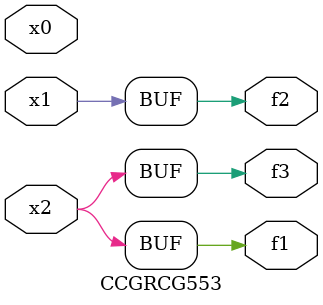
<source format=v>
module CCGRCG553(
	input x0, x1, x2,
	output f1, f2, f3
);
	assign f1 = x2;
	assign f2 = x1;
	assign f3 = x2;
endmodule

</source>
